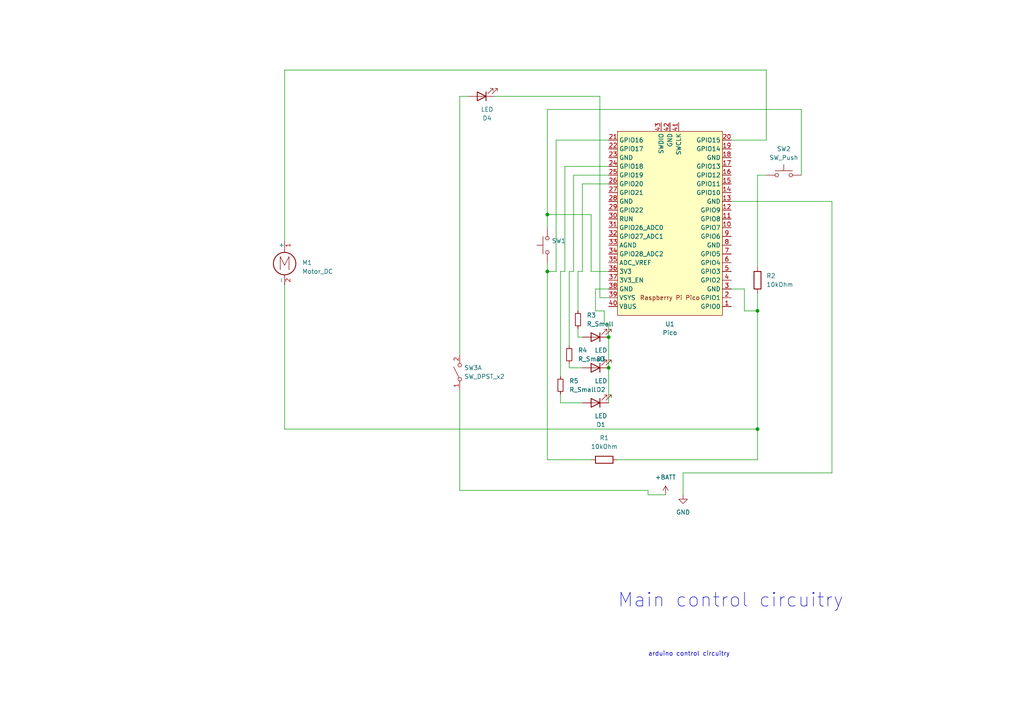
<source format=kicad_sch>
(kicad_sch (version 20230121) (generator eeschema)
  (paper "A4")
  (lib_symbols
    (symbol "Device:LED" (pin_numbers hide) (pin_names (offset 1.016) hide)
      (property "Reference" "D" (at 0 2.54 0))
      (property "Value" "LED" (at 0 -2.54 0))
      (symbol "LED_0_1"
        (polyline (pts (xy -1.27 -1.27) (xy -1.27 1.27)) (stroke (width 0.254)))
        (polyline (pts (xy -1.27 0) (xy 1.27 0)))
        (polyline (pts (xy 1.27 -1.27) (xy 1.27 1.27) (xy -1.27 0) (xy 1.27 -1.27)) (stroke (width 0.254)))
        (polyline (pts (xy -3.048 -0.762) (xy -4.572 -2.286) (xy -3.81 -2.286) (xy -4.572 -2.286) (xy -4.572 -1.524)))
        (polyline (pts (xy -1.778 -0.762) (xy -3.302 -2.286) (xy -2.54 -2.286) (xy -3.302 -2.286) (xy -3.302 -1.524)))
      )
      (symbol "LED_1_1"
        (pin passive line (at -3.81 0 0) (length 2.54) (name "K") (number "1"))
        (pin passive line (at 3.81 0 180) (length 2.54) (name "A") (number "2"))
      )
    )
    (symbol "Device:R" (pin_numbers hide) (pin_names (offset 0))
      (property "Reference" "R" (at 2.032 0 90))
      (property "Value" "R" (at 0 0 90))
      (symbol "R_0_1"
        (rectangle (start -1.016 -2.54) (end 1.016 2.54) (stroke (width 0.254)))
      )
      (symbol "R_1_1"
        (pin passive line (at 0 3.81 270) (length 1.27) (name "~") (number "1"))
        (pin passive line (at 0 -3.81 90) (length 1.27) (name "~") (number "2"))
      )
    )
    (symbol "Device:R_Small" (pin_numbers hide) (pin_names (offset 0.254) hide)
      (property "Reference" "R" (at 0.762 0.508 0))
      (property "Value" "R_Small" (at 0.762 -1.016 0))
      (symbol "R_Small_0_1"
        (rectangle (start -0.762 1.778) (end 0.762 -1.778) (stroke (width 0.2032)))
      )
      (symbol "R_Small_1_1"
        (pin passive line (at 0 2.54 270) (length 0.762) (name "~") (number "1"))
        (pin passive line (at 0 -2.54 90) (length 0.762) (name "~") (number "2"))
      )
    )
    (symbol "MCU_RaspberryPi_and_Boards:Pico"
      (property "Reference" "U" (at -13.97 27.94 0))
      (property "Value" "Pico" (at 0 19.05 0))
      (symbol "Pico_0_0"
        (text "Raspberry Pi Pico" (at 0 21.59 0) (effects (font (size 1.27 1.27))))
      )
      (symbol "Pico_0_1"
        (rectangle (start -15.24 26.67) (end 15.24 -26.67) (fill (type background)))
      )
      (symbol "Pico_1_1"
        (pin bidirectional line (at -17.78 24.13 0) (length 2.54) (name "GPIO0") (number "1"))
        (pin bidirectional line (at -17.78 1.27 0) (length 2.54) (name "GPIO7") (number "10"))
        (pin bidirectional line (at -17.78 -1.27 0) (length 2.54) (name "GPIO8") (number "11"))
        (pin bidirectional line (at -17.78 -3.81 0) (length 2.54) (name "GPIO9") (number "12"))
        (pin power_in line (at -17.78 -6.35 0) (length 2.54) (name "GND") (number "13"))
        (pin bidirectional line (at -17.78 -8.89 0) (length 2.54) (name "GPIO10") (number "14"))
        (pin bidirectional line (at -17.78 -11.43 0) (length 2.54) (name "GPIO11") (number "15"))
        (pin bidirectional line (at -17.78 -13.97 0) (length 2.54) (name "GPIO12") (number "16"))
        (pin bidirectional line (at -17.78 -16.51 0) (length 2.54) (name "GPIO13") (number "17"))
        (pin power_in line (at -17.78 -19.05 0) (length 2.54) (name "GND") (number "18"))
        (pin bidirectional line (at -17.78 -21.59 0) (length 2.54) (name "GPIO14") (number "19"))
        (pin bidirectional line (at -17.78 21.59 0) (length 2.54) (name "GPIO1") (number "2"))
        (pin bidirectional line (at -17.78 -24.13 0) (length 2.54) (name "GPIO15") (number "20"))
        (pin bidirectional line (at 17.78 -24.13 180) (length 2.54) (name "GPIO16") (number "21"))
        (pin bidirectional line (at 17.78 -21.59 180) (length 2.54) (name "GPIO17") (number "22"))
        (pin power_in line (at 17.78 -19.05 180) (length 2.54) (name "GND") (number "23"))
        (pin bidirectional line (at 17.78 -16.51 180) (length 2.54) (name "GPIO18") (number "24"))
        (pin bidirectional line (at 17.78 -13.97 180) (length 2.54) (name "GPIO19") (number "25"))
        (pin bidirectional line (at 17.78 -11.43 180) (length 2.54) (name "GPIO20") (number "26"))
        (pin bidirectional line (at 17.78 -8.89 180) (length 2.54) (name "GPIO21") (number "27"))
        (pin power_in line (at 17.78 -6.35 180) (length 2.54) (name "GND") (number "28"))
        (pin bidirectional line (at 17.78 -3.81 180) (length 2.54) (name "GPIO22") (number "29"))
        (pin power_in line (at -17.78 19.05 0) (length 2.54) (name "GND") (number "3"))
        (pin input line (at 17.78 -1.27 180) (length 2.54) (name "RUN") (number "30"))
        (pin bidirectional line (at 17.78 1.27 180) (length 2.54) (name "GPIO26_ADC0") (number "31"))
        (pin bidirectional line (at 17.78 3.81 180) (length 2.54) (name "GPIO27_ADC1") (number "32"))
        (pin power_in line (at 17.78 6.35 180) (length 2.54) (name "AGND") (number "33"))
        (pin bidirectional line (at 17.78 8.89 180) (length 2.54) (name "GPIO28_ADC2") (number "34"))
        (pin power_in line (at 17.78 11.43 180) (length 2.54) (name "ADC_VREF") (number "35"))
        (pin power_in line (at 17.78 13.97 180) (length 2.54) (name "3V3") (number "36"))
        (pin input line (at 17.78 16.51 180) (length 2.54) (name "3V3_EN") (number "37"))
        (pin bidirectional line (at 17.78 19.05 180) (length 2.54) (name "GND") (number "38"))
        (pin power_in line (at 17.78 21.59 180) (length 2.54) (name "VSYS") (number "39"))
        (pin bidirectional line (at -17.78 16.51 0) (length 2.54) (name "GPIO2") (number "4"))
        (pin power_in line (at 17.78 24.13 180) (length 2.54) (name "VBUS") (number "40"))
        (pin input line (at -2.54 -29.21 90) (length 2.54) (name "SWCLK") (number "41"))
        (pin power_in line (at 0 -29.21 90) (length 2.54) (name "GND") (number "42"))
        (pin bidirectional line (at 2.54 -29.21 90) (length 2.54) (name "SWDIO") (number "43"))
        (pin bidirectional line (at -17.78 13.97 0) (length 2.54) (name "GPIO3") (number "5"))
        (pin bidirectional line (at -17.78 11.43 0) (length 2.54) (name "GPIO4") (number "6"))
        (pin bidirectional line (at -17.78 8.89 0) (length 2.54) (name "GPIO5") (number "7"))
        (pin power_in line (at -17.78 6.35 0) (length 2.54) (name "GND") (number "8"))
        (pin bidirectional line (at -17.78 3.81 0) (length 2.54) (name "GPIO6") (number "9"))
      )
    )
    (symbol "Motor:Motor_DC" (pin_names (offset 0))
      (property "Reference" "M" (at 2.54 2.54 0))
      (property "Value" "Motor_DC" (at 2.54 -5.08 0))
      (symbol "Motor_DC_0_0"
        (polyline (pts (xy -1.27 -3.302) (xy -1.27 0.508) (xy 0 -2.032) (xy 1.27 0.508) (xy 1.27 -3.302)))
      )
      (symbol "Motor_DC_0_1"
        (circle (center 0 -1.524) (radius 3.2512) (stroke (width 0.254)))
        (polyline (pts (xy 0 -7.62) (xy 0 -7.112)))
        (polyline (pts (xy 0 -4.7752) (xy 0 -5.1816)))
        (polyline (pts (xy 0 1.7272) (xy 0 2.0828)))
        (polyline (pts (xy 0 2.032) (xy 0 2.54)))
      )
      (symbol "Motor_DC_1_1"
        (pin passive line (at 0 5.08 270) (length 2.54) (name "+") (number "1"))
        (pin passive line (at 0 -7.62 90) (length 2.54) (name "-") (number "2"))
      )
    )
    (symbol "Switch:SW_DPST_x2" (pin_names (offset 0) hide)
      (property "Reference" "SW" (at 0 3.175 0))
      (property "Value" "SW_DPST_x2" (at 0 -2.54 0))
      (symbol "SW_DPST_x2_0_0"
        (circle (center -2.032 0) (radius 0.508))
        (polyline (pts (xy -1.524 0.254) (xy 1.524 1.778)))
        (circle (center 2.032 0) (radius 0.508))
      )
      (symbol "SW_DPST_x2_1_1"
        (pin passive line (at -5.08 0 0) (length 2.54) (name "A") (number "1"))
        (pin passive line (at 5.08 0 180) (length 2.54) (name "B") (number "2"))
      )
      (symbol "SW_DPST_x2_2_1"
        (pin passive line (at -5.08 0 0) (length 2.54) (name "A") (number "3"))
        (pin passive line (at 5.08 0 180) (length 2.54) (name "B") (number "4"))
      )
    )
    (symbol "Switch:SW_Push" (pin_numbers hide) (pin_names (offset 1.016) hide)
      (property "Reference" "SW" (at 1.27 2.54 0))
      (property "Value" "SW_Push" (at 0 -1.524 0))
      (symbol "SW_Push_0_1"
        (circle (center -2.032 0) (radius 0.508))
        (polyline (pts (xy 0 1.27) (xy 0 3.048)))
        (polyline (pts (xy 2.54 1.27) (xy -2.54 1.27)))
        (circle (center 2.032 0) (radius 0.508))
        (pin passive line (at -5.08 0 0) (length 2.54) (name "1") (number "1"))
        (pin passive line (at 5.08 0 180) (length 2.54) (name "2") (number "2"))
      )
    )
    (symbol "power:+BATT" (power) (pin_names (offset 0))
      (property "Value" "+BATT" (at 0 3.556 0))
      (symbol "+BATT_0_1"
        (polyline (pts (xy -0.762 1.27) (xy 0 2.54)))
        (polyline (pts (xy 0 0) (xy 0 2.54)))
        (polyline (pts (xy 0 2.54) (xy 0.762 1.27)))
      )
      (symbol "+BATT_1_1"
        (pin power_in line (at 0 0 90) (length 0) hide (name "+BATT") (number "1"))
      )
    )
    (symbol "power:GND" (power) (pin_names (offset 0))
      (property "Value" "GND" (at 0 -3.81 0))
      (symbol "GND_0_1"
        (polyline (pts (xy 0 0) (xy 0 -1.27) (xy 1.27 -1.27) (xy 0 -2.54) (xy -1.27 -1.27) (xy 0 -1.27)))
      )
      (symbol "GND_1_1"
        (pin power_in line (at 0 0 270) (length 0) hide (name "GND") (number "1"))
      )
    )
  )
  (junction (at 158.75 78.74))
  (junction (at 219.71 124.46))
  (junction (at 176.53 106.68))
  (junction (at 176.53 97.79))
  (junction (at 219.71 90.17))
  (junction (at 158.75 62.23))
  (wire (pts (xy 198.12 137.16) (xy 198.12 143.51)))
  (wire (pts (xy 175.26 90.17) (xy 172.72 90.17)))
  (wire (pts (xy 222.25 40.64) (xy 222.25 20.32)))
  (wire (pts (xy 166.37 50.8) (xy 176.53 50.8)))
  (wire (pts (xy 158.75 133.35) (xy 171.45 133.35)))
  (wire (pts (xy 167.64 97.79) (xy 168.91 97.79)))
  (wire (pts (xy 143.51 27.94) (xy 173.99 27.94)))
  (wire (pts (xy 135.89 27.94) (xy 133.35 27.94)))
  (wire (pts (xy 219.71 50.8) (xy 222.25 50.8)))
  (wire (pts (xy 212.09 58.42) (xy 241.3 58.42)))
  (wire (pts (xy 232.41 31.75) (xy 232.41 50.8)))
  (wire (pts (xy 176.53 86.36) (xy 173.99 86.36)))
  (wire (pts (xy 212.09 83.82) (xy 215.9 83.82)))
  (wire (pts (xy 168.91 78.74) (xy 168.91 53.34)))
  (wire (pts (xy 219.71 90.17) (xy 219.71 124.46)))
  (wire (pts (xy 219.71 50.8) (xy 219.71 77.47)))
  (wire (pts (xy 82.55 82.55) (xy 82.55 124.46)))
  (wire (pts (xy 172.72 83.82) (xy 176.53 83.82)))
  (wire (pts (xy 165.1 106.68) (xy 168.91 106.68)))
  (wire (pts (xy 171.45 78.74) (xy 176.53 78.74)))
  (wire (pts (xy 163.83 78.74) (xy 162.56 78.74)))
  (wire (pts (xy 166.37 78.74) (xy 166.37 50.8)))
  (wire (pts (xy 165.1 78.74) (xy 165.1 100.33)))
  (wire (pts (xy 158.75 78.74) (xy 158.75 133.35)))
  (wire (pts (xy 219.71 85.09) (xy 219.71 90.17)))
  (wire (pts (xy 167.64 78.74) (xy 167.64 90.17)))
  (wire (pts (xy 241.3 137.16) (xy 241.3 58.42)))
  (wire (pts (xy 161.29 40.64) (xy 176.53 40.64)))
  (wire (pts (xy 179.07 133.35) (xy 219.71 133.35)))
  (wire (pts (xy 167.64 95.25) (xy 167.64 97.79)))
  (wire (pts (xy 165.1 78.74) (xy 166.37 78.74)))
  (wire (pts (xy 219.71 124.46) (xy 219.71 133.35)))
  (wire (pts (xy 168.91 53.34) (xy 176.53 53.34)))
  (wire (pts (xy 176.53 97.79) (xy 176.53 106.68)))
  (wire (pts (xy 171.45 62.23) (xy 171.45 78.74)))
  (wire (pts (xy 82.55 124.46) (xy 219.71 124.46)))
  (wire (pts (xy 162.56 116.84) (xy 168.91 116.84)))
  (wire (pts (xy 176.53 106.68) (xy 176.53 116.84)))
  (wire (pts (xy 222.25 20.32) (xy 82.55 20.32)))
  (wire (pts (xy 158.75 66.04) (xy 158.75 62.23)))
  (wire (pts (xy 215.9 90.17) (xy 219.71 90.17)))
  (wire (pts (xy 176.53 93.98) (xy 176.53 97.79)))
  (wire (pts (xy 162.56 78.74) (xy 162.56 109.22)))
  (wire (pts (xy 165.1 105.41) (xy 165.1 106.68)))
  (wire (pts (xy 175.26 90.17) (xy 175.26 93.98)))
  (wire (pts (xy 176.53 48.26) (xy 163.83 48.26)))
  (wire (pts (xy 212.09 40.64) (xy 222.25 40.64)))
  (wire (pts (xy 193.04 143.51) (xy 187.96 143.51)))
  (wire (pts (xy 162.56 114.3) (xy 162.56 116.84)))
  (wire (pts (xy 82.55 20.32) (xy 82.55 69.85)))
  (wire (pts (xy 158.75 78.74) (xy 161.29 78.74)))
  (wire (pts (xy 173.99 27.94) (xy 173.99 86.36)))
  (wire (pts (xy 175.26 93.98) (xy 176.53 93.98)))
  (wire (pts (xy 158.75 31.75) (xy 232.41 31.75)))
  (wire (pts (xy 198.12 137.16) (xy 241.3 137.16)))
  (wire (pts (xy 158.75 62.23) (xy 171.45 62.23)))
  (wire (pts (xy 161.29 78.74) (xy 161.29 40.64)))
  (wire (pts (xy 158.75 62.23) (xy 158.75 31.75)))
  (wire (pts (xy 187.96 142.24) (xy 133.35 142.24)))
  (wire (pts (xy 158.75 76.2) (xy 158.75 78.74)))
  (wire (pts (xy 187.96 143.51) (xy 187.96 142.24)))
  (wire (pts (xy 133.35 142.24) (xy 133.35 113.03)))
  (wire (pts (xy 215.9 83.82) (xy 215.9 90.17)))
  (wire (pts (xy 133.35 27.94) (xy 133.35 102.87)))
  (wire (pts (xy 163.83 48.26) (xy 163.83 78.74)))
  (wire (pts (xy 172.72 90.17) (xy 172.72 83.82)))
  (wire (pts (xy 167.64 78.74) (xy 168.91 78.74)))
  (text "arduino control circuitry" (at 187.96 190.5 0) (effects (font (size 1.27 1.27)) (justify left bottom)))
  (text "Main control circuitry" (at 179.07 176.53 0) (effects (font (size 4 4)) (justify left bottom)))
  (symbol (lib_id "Device:R") (at 219.71 81.28 180) (unit 1)
    (property "Reference" "R2" (at 222.25 80.01 0) (effects (justify right)))
    (property "Value" "10kOhm" (at 222.25 82.55 0) (effects (justify right)))
  )
  (symbol (lib_id "Switch:SW_DPST_x2") (at 133.35 107.95 90) (unit 1)
    (property "Reference" "SW3" (at 134.62 106.68 90) (effects (justify right)))
    (property "Value" "SW_DPST_x2" (at 134.62 109.22 90) (effects (justify right)))
  )
  (symbol (lib_id "Device:LED") (at 172.72 97.79 180) (unit 1)
    (property "Reference" "D3" (at 174.3075 104.14 0))
    (property "Value" "LED" (at 174.3075 101.6 0))
  )
  (symbol (lib_id "Device:R_Small") (at 167.64 92.71 0) (unit 1)
    (property "Reference" "R3" (at 170.18 91.44 0) (effects (justify left)))
    (property "Value" "R_Small" (at 170.18 93.98 0) (effects (justify left)))
  )
  (symbol (lib_id "Device:R_Small") (at 162.56 111.76 0) (unit 1)
    (property "Reference" "R5" (at 165.1 110.49 0) (effects (justify left)))
    (property "Value" "R_Small" (at 165.1 113.03 0) (effects (justify left)))
  )
  (symbol (lib_id "Device:R_Small") (at 165.1 102.87 0) (unit 1)
    (property "Reference" "R4" (at 167.64 101.6 0) (effects (justify left)))
    (property "Value" "R_Small" (at 167.64 104.14 0) (effects (justify left)))
  )
  (symbol (lib_id "Motor:Motor_DC") (at 82.55 74.93 0) (unit 1)
    (property "Reference" "M1" (at 87.63 76.2 0) (effects (justify left)))
    (property "Value" "Motor_DC" (at 87.63 78.74 0) (effects (justify left)))
  )
  (symbol (lib_id "MCU_RaspberryPi_and_Boards:Pico") (at 194.31 64.77 180) (unit 1)
    (property "Reference" "U1" (at 194.31 93.98 0))
    (property "Value" "Pico" (at 194.31 96.52 0))
    (property "Footprint" "RPi_Pico:RPi_Pico_SMD_TH" (effects hide))
  )
  (symbol (lib_id "Switch:SW_Push") (at 227.33 50.8 0) (unit 1)
    (property "Reference" "SW2" (at 227.33 43.18 0))
    (property "Value" "SW_Push" (at 227.33 45.72 0))
  )
  (symbol (lib_id "Device:LED") (at 172.72 106.68 180) (unit 1)
    (property "Reference" "D2" (at 174.3075 113.03 0))
    (property "Value" "LED" (at 174.3075 110.49 0))
  )
  (symbol (lib_id "Device:LED") (at 139.7 27.94 180) (unit 1)
    (property "Reference" "D4" (at 141.2875 34.29 0))
    (property "Value" "LED" (at 141.2875 31.75 0))
  )
  (symbol (lib_id "Device:R") (at 175.26 133.35 270) (unit 1)
    (property "Reference" "R1" (at 175.26 127 90))
    (property "Value" "10kOhm" (at 175.26 129.54 90))
  )
  (symbol (lib_id "power:+BATT") (at 193.04 143.51 0) (unit 1)
    (property "Reference" "#PWR02" (effects hide))
    (property "Value" "+BATT" (at 193.04 138.43 0))
  )
  (symbol (lib_id "Device:LED") (at 172.72 116.84 180) (unit 1)
    (property "Reference" "D1" (at 174.3075 123.19 0))
    (property "Value" "LED" (at 174.3075 120.65 0))
  )
  (symbol (lib_id "power:GND") (at 198.12 143.51 0) (unit 1)
    (property "Reference" "#PWR01" (effects hide))
    (property "Value" "GND" (at 198.12 148.59 0))
  )
  (symbol (lib_id "Switch:SW_Push") (at 158.75 71.12 90) (unit 1)
    (property "Reference" "SW1" (at 160.02 69.85 90) (effects (justify right)))
    (property "Value" "SW_Push" (effects hide))
  )
)
</source>
